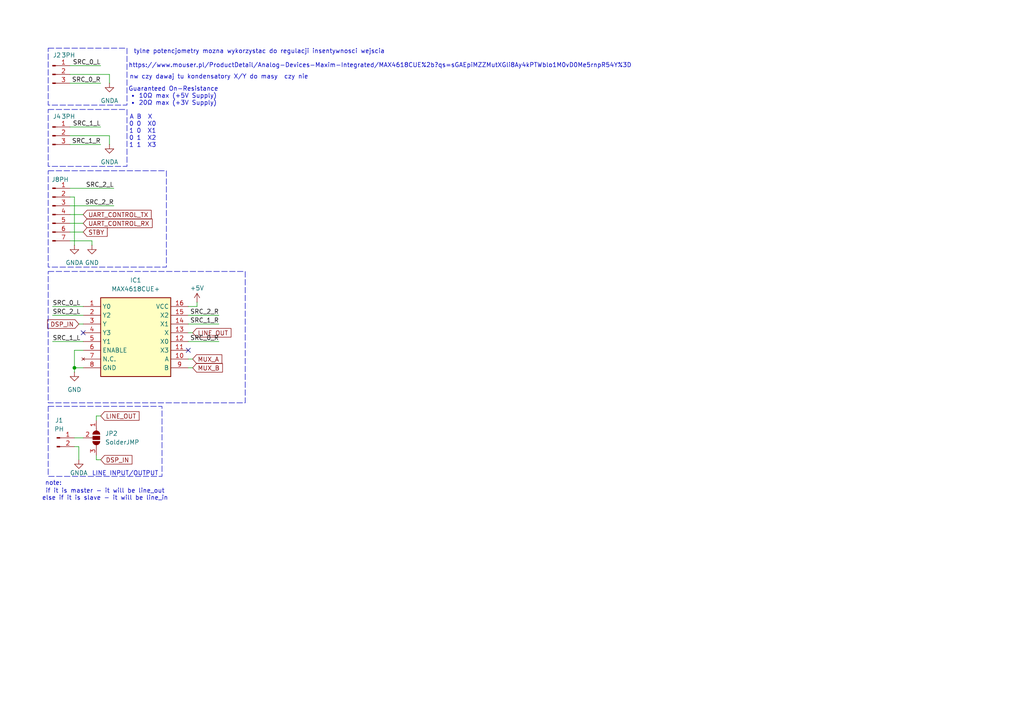
<source format=kicad_sch>
(kicad_sch (version 20231120) (generator "eeschema") (generator_version "8.0")
  (paper "A4")
  (lib_symbols
    (symbol "Connector:Conn_01x02_Pin" (pin_names (offset 1.016) hide)
      (property "Reference" "J" (at 0 2.54 0))
      (property "Value" "Conn_01x02_Pin" (at 0 -5.08 0))
      (symbol "Conn_01x02_Pin_1_1"
        (polyline (pts (xy 1.27 -2.54) (xy 0.8636 -2.54)) (stroke (width 0.1524)))
        (polyline (pts (xy 1.27 0) (xy 0.8636 0)) (stroke (width 0.1524)))
        (rectangle (start 0.8636 -2.413) (end 0 -2.667) (stroke (width 0.1524)) (fill (type outline)))
        (rectangle (start 0.8636 0.127) (end 0 -0.127) (stroke (width 0.1524)) (fill (type outline)))
        (pin passive line (at 5.08 0 180) (length 3.81) (name "Pin_1") (number "1"))
        (pin passive line (at 5.08 -2.54 180) (length 3.81) (name "Pin_2") (number "2"))
      )
    )
    (symbol "Connector:Conn_01x03_Pin" (pin_names (offset 1.016) hide)
      (property "Reference" "J" (at 0 5.08 0))
      (property "Value" "Conn_01x03_Pin" (at 0 -5.08 0))
      (symbol "Conn_01x03_Pin_1_1"
        (polyline (pts (xy 1.27 -2.54) (xy 0.8636 -2.54)) (stroke (width 0.1524)))
        (polyline (pts (xy 1.27 0) (xy 0.8636 0)) (stroke (width 0.1524)))
        (polyline (pts (xy 1.27 2.54) (xy 0.8636 2.54)) (stroke (width 0.1524)))
        (rectangle (start 0.8636 -2.413) (end 0 -2.667) (stroke (width 0.1524)) (fill (type outline)))
        (rectangle (start 0.8636 0.127) (end 0 -0.127) (stroke (width 0.1524)) (fill (type outline)))
        (rectangle (start 0.8636 2.667) (end 0 2.413) (stroke (width 0.1524)) (fill (type outline)))
        (pin passive line (at 5.08 2.54 180) (length 3.81) (name "Pin_1") (number "1"))
        (pin passive line (at 5.08 0 180) (length 3.81) (name "Pin_2") (number "2"))
        (pin passive line (at 5.08 -2.54 180) (length 3.81) (name "Pin_3") (number "3"))
      )
    )
    (symbol "Connector:Conn_01x07_Pin" (pin_names (offset 1.016) hide)
      (property "Reference" "J" (at 0 10.16 0))
      (property "Value" "Conn_01x07_Pin" (at 0 -10.16 0))
      (symbol "Conn_01x07_Pin_1_1"
        (polyline (pts (xy 1.27 -7.62) (xy 0.8636 -7.62)) (stroke (width 0.1524)))
        (polyline (pts (xy 1.27 -5.08) (xy 0.8636 -5.08)) (stroke (width 0.1524)))
        (polyline (pts (xy 1.27 -2.54) (xy 0.8636 -2.54)) (stroke (width 0.1524)))
        (polyline (pts (xy 1.27 0) (xy 0.8636 0)) (stroke (width 0.1524)))
        (polyline (pts (xy 1.27 2.54) (xy 0.8636 2.54)) (stroke (width 0.1524)))
        (polyline (pts (xy 1.27 5.08) (xy 0.8636 5.08)) (stroke (width 0.1524)))
        (polyline (pts (xy 1.27 7.62) (xy 0.8636 7.62)) (stroke (width 0.1524)))
        (rectangle (start 0.8636 -7.493) (end 0 -7.747) (stroke (width 0.1524)) (fill (type outline)))
        (rectangle (start 0.8636 -4.953) (end 0 -5.207) (stroke (width 0.1524)) (fill (type outline)))
        (rectangle (start 0.8636 -2.413) (end 0 -2.667) (stroke (width 0.1524)) (fill (type outline)))
        (rectangle (start 0.8636 0.127) (end 0 -0.127) (stroke (width 0.1524)) (fill (type outline)))
        (rectangle (start 0.8636 2.667) (end 0 2.413) (stroke (width 0.1524)) (fill (type outline)))
        (rectangle (start 0.8636 5.207) (end 0 4.953) (stroke (width 0.1524)) (fill (type outline)))
        (rectangle (start 0.8636 7.747) (end 0 7.493) (stroke (width 0.1524)) (fill (type outline)))
        (pin passive line (at 5.08 7.62 180) (length 3.81) (name "Pin_1") (number "1"))
        (pin passive line (at 5.08 5.08 180) (length 3.81) (name "Pin_2") (number "2"))
        (pin passive line (at 5.08 2.54 180) (length 3.81) (name "Pin_3") (number "3"))
        (pin passive line (at 5.08 0 180) (length 3.81) (name "Pin_4") (number "4"))
        (pin passive line (at 5.08 -2.54 180) (length 3.81) (name "Pin_5") (number "5"))
        (pin passive line (at 5.08 -5.08 180) (length 3.81) (name "Pin_6") (number "6"))
        (pin passive line (at 5.08 -7.62 180) (length 3.81) (name "Pin_7") (number "7"))
      )
    )
    (symbol "Jumper:SolderJumper_3_Open" (pin_names (offset 0) hide) (exclude_from_sim yes) (in_bom no)
      (property "Reference" "JP" (at -2.54 -2.54 0))
      (property "Value" "SolderJumper_3_Open" (at 0 2.794 0))
      (symbol "SolderJumper_3_Open_0_1"
        (arc (start -1.016 1.016) (mid -2.0276 0) (end -1.016 -1.016))
        (arc (start -1.016 1.016) (mid -2.0276 0) (end -1.016 -1.016) (fill (type outline)))
        (rectangle (start -0.508 1.016) (end 0.508 -1.016) (fill (type outline)))
        (polyline (pts (xy -2.54 0) (xy -2.032 0)))
        (polyline (pts (xy -1.016 1.016) (xy -1.016 -1.016)))
        (polyline (pts (xy 0 -1.27) (xy 0 -1.016)))
        (polyline (pts (xy 1.016 1.016) (xy 1.016 -1.016)))
        (polyline (pts (xy 2.54 0) (xy 2.032 0)))
        (arc (start 1.016 -1.016) (mid 2.0276 0) (end 1.016 1.016))
        (arc (start 1.016 -1.016) (mid 2.0276 0) (end 1.016 1.016) (fill (type outline)))
      )
      (symbol "SolderJumper_3_Open_1_1"
        (pin passive line (at -5.08 0 0) (length 2.54) (name "A") (number "1"))
        (pin passive line (at 0 -3.81 90) (length 2.54) (name "C") (number "2"))
        (pin passive line (at 5.08 0 180) (length 2.54) (name "B") (number "3"))
      )
    )
    (symbol "MAX4618CUE+:MAX4618CUE+"
      (property "Reference" "IC" (at 26.67 7.62 0))
      (property "Value" "MAX4618CUE+" (at 26.67 5.08 0))
      (symbol "MAX4618CUE+_1_1"
        (rectangle (start 5.08 2.54) (end 25.4 -20.32) (stroke (width 0.254)) (fill (type background)))
        (pin passive line (at 0 0 0) (length 5.08) (name "Y0") (number "1"))
        (pin passive line (at 30.48 -15.24 180) (length 5.08) (name "A") (number "10"))
        (pin passive line (at 30.48 -12.7 180) (length 5.08) (name "X3") (number "11"))
        (pin passive line (at 30.48 -10.16 180) (length 5.08) (name "X0") (number "12"))
        (pin passive line (at 30.48 -7.62 180) (length 5.08) (name "X") (number "13"))
        (pin passive line (at 30.48 -5.08 180) (length 5.08) (name "X1") (number "14"))
        (pin passive line (at 30.48 -2.54 180) (length 5.08) (name "X2") (number "15"))
        (pin passive line (at 30.48 0 180) (length 5.08) (name "VCC") (number "16"))
        (pin passive line (at 0 -2.54 0) (length 5.08) (name "Y2") (number "2"))
        (pin passive line (at 0 -5.08 0) (length 5.08) (name "Y") (number "3"))
        (pin passive line (at 0 -7.62 0) (length 5.08) (name "Y3") (number "4"))
        (pin passive line (at 0 -10.16 0) (length 5.08) (name "Y1") (number "5"))
        (pin passive line (at 0 -12.7 0) (length 5.08) (name "ENABLE") (number "6"))
        (pin no_connect line (at 0 -15.24 0) (length 5.08) (name "N.C.") (number "7"))
        (pin passive line (at 0 -17.78 0) (length 5.08) (name "GND") (number "8"))
        (pin passive line (at 30.48 -17.78 180) (length 5.08) (name "B") (number "9"))
      )
    )
    (symbol "power:+5V" (power) (pin_numbers hide) (pin_names (offset 0) hide)
      (property "Value" "+5V" (at 0 3.556 0))
      (symbol "+5V_0_1"
        (polyline (pts (xy -0.762 1.27) (xy 0 2.54)))
        (polyline (pts (xy 0 0) (xy 0 2.54)))
        (polyline (pts (xy 0 2.54) (xy 0.762 1.27)))
      )
      (symbol "+5V_1_1"
        (pin power_in line (at 0 0 90) (length 0) (name "~") (number "1"))
      )
    )
    (symbol "power:GND" (power) (pin_numbers hide) (pin_names (offset 0) hide)
      (property "Value" "GND" (at 0 -3.81 0))
      (symbol "GND_0_1"
        (polyline (pts (xy 0 0) (xy 0 -1.27) (xy 1.27 -1.27) (xy 0 -2.54) (xy -1.27 -1.27) (xy 0 -1.27)))
      )
      (symbol "GND_1_1"
        (pin power_in line (at 0 0 270) (length 0) (name "~") (number "1"))
      )
    )
    (symbol "power:GNDA" (power) (pin_numbers hide) (pin_names (offset 0) hide)
      (property "Value" "GNDA" (at 0 -3.81 0))
      (symbol "GNDA_0_1"
        (polyline (pts (xy 0 0) (xy 0 -1.27) (xy 1.27 -1.27) (xy 0 -2.54) (xy -1.27 -1.27) (xy 0 -1.27)))
      )
      (symbol "GNDA_1_1"
        (pin power_in line (at 0 0 270) (length 0) (name "~") (number "1"))
      )
    )
  )
  (junction (at 21.59 106.68))
  (no_connect (at 24.13 96.52))
  (no_connect (at 54.61 101.6))
  (wire (pts (xy 20.32 59.69) (xy 33.02 59.69)))
  (wire (pts (xy 20.32 57.15) (xy 21.59 57.15)))
  (wire (pts (xy 55.88 106.68) (xy 54.61 106.68)))
  (wire (pts (xy 20.32 41.91) (xy 29.21 41.91)))
  (wire (pts (xy 31.75 24.13) (xy 31.75 21.59)))
  (wire (pts (xy 20.32 54.61) (xy 33.02 54.61)))
  (wire (pts (xy 55.88 96.52) (xy 54.61 96.52)))
  (wire (pts (xy 26.67 69.85) (xy 26.67 71.12)))
  (wire (pts (xy 21.59 71.12) (xy 21.59 57.15)))
  (wire (pts (xy 63.5 93.98) (xy 54.61 93.98)))
  (wire (pts (xy 54.61 88.9) (xy 57.15 88.9)))
  (wire (pts (xy 20.32 62.23) (xy 24.13 62.23)))
  (wire (pts (xy 21.59 127) (xy 24.13 127)))
  (wire (pts (xy 29.21 133.35) (xy 27.94 133.35)))
  (wire (pts (xy 20.32 64.77) (xy 24.13 64.77)))
  (wire (pts (xy 20.32 36.83) (xy 29.21 36.83)))
  (wire (pts (xy 57.15 87.63) (xy 57.15 88.9)))
  (wire (pts (xy 15.24 99.06) (xy 24.13 99.06)))
  (wire (pts (xy 27.94 132.08) (xy 27.94 133.35)))
  (wire (pts (xy 63.5 99.06) (xy 54.61 99.06)))
  (wire (pts (xy 15.24 91.44) (xy 24.13 91.44)))
  (wire (pts (xy 27.94 121.92) (xy 27.94 120.65)))
  (wire (pts (xy 20.32 67.31) (xy 24.13 67.31)))
  (wire (pts (xy 20.32 19.05) (xy 29.21 19.05)))
  (wire (pts (xy 55.88 104.14) (xy 54.61 104.14)))
  (wire (pts (xy 31.75 41.91) (xy 31.75 39.37)))
  (wire (pts (xy 21.59 106.68) (xy 21.59 101.6)))
  (wire (pts (xy 20.32 24.13) (xy 29.21 24.13)))
  (wire (pts (xy 22.86 93.98) (xy 24.13 93.98)))
  (wire (pts (xy 20.32 69.85) (xy 26.67 69.85)))
  (wire (pts (xy 20.32 39.37) (xy 31.75 39.37)))
  (wire (pts (xy 21.59 107.95) (xy 21.59 106.68)))
  (wire (pts (xy 31.75 21.59) (xy 20.32 21.59)))
  (wire (pts (xy 21.59 106.68) (xy 24.13 106.68)))
  (wire (pts (xy 15.24 88.9) (xy 24.13 88.9)))
  (wire (pts (xy 21.59 101.6) (xy 24.13 101.6)))
  (wire (pts (xy 27.94 120.65) (xy 29.21 120.65)))
  (wire (pts (xy 22.86 133.35) (xy 22.86 129.54)))
  (wire (pts (xy 21.59 129.54) (xy 22.86 129.54)))
  (wire (pts (xy 63.5 91.44) (xy 54.61 91.44)))
  (rectangle (start 13.97 78.74) (end 71.12 116.84) (stroke (width 0) (type dash)))
  (rectangle (start 13.97 31.75) (end 36.83 48.26) (stroke (width 0) (type dash)))
  (rectangle (start 13.97 49.53) (end 48.26 77.47) (stroke (width 0) (type dash)))
  (rectangle (start 13.97 13.97) (end 36.83 30.48) (stroke (width 0) (type dash)))
  (rectangle (start 13.97 117.856) (end 46.99 138.176) (stroke (width 0) (type dash)))
  (text "https://www.mouser.pl/ProductDetail/Analog-Devices-Maxim-Integrated/MAX4618CUE%2b?qs=sGAEpiMZZMutXGli8Ay4kPTWblo1M0vD0Me5rnpR54Y%3D" (at 110.236 19.05 0) (effects (font (size 1.27 1.27))))
  (text "tylne potencjometry mozna wykorzystac do regulacji insentywnosci wejscia" (at 75.184 14.986 0) (effects (font (size 1.27 1.27))))
  (text "LINE INPUT/OUTPUT" (at 36.322 137.414 0) (effects (font (size 1.27 1.27))))
  (text "Guaranteed On-Resistance\n• 10Ω max (+5V Supply)\n• 20Ω max (+3V Supply)" (at 50.292 27.94 0) (effects (font (size 1.27 1.27))))
  (text "A B  X\n 0 0  X0\n 1 0  X1\n 0 1  X2\n 1 1  X3" (at 40.894 38.1 0) (effects (font (size 1.27 1.27))))
  (text "note:" (at 15.494 140.208 0) (effects (font (size 1.27 1.27))))
  (text "nw czy dawaj tu kondensatory X/Y do masy  czy nie\n" (at 63.5 22.352 0) (effects (font (size 1.27 1.27))))
  (text "if it is master - it will be line_out\nelse if it is slave - it will be line_in" (at 30.48 143.51 0) (effects (font (size 1.27 1.27))))
  (label "SRC_2_L" (at 15.24 91.44 0))
  (label "SRC_1_R" (at 29.21 41.91 180))
  (label "SRC_0_R" (at 29.21 24.13 180))
  (label "SRC_1_L" (at 15.24 99.06 0))
  (label "SRC_2_R" (at 33.02 59.69 180))
  (label "SRC_1_R" (at 63.5 93.98 180))
  (label "SRC_0_R" (at 63.5 99.06 180))
  (label "SRC_0_L" (at 29.21 19.05 180))
  (label "SRC_2_L" (at 33.02 54.61 180))
  (label "SRC_2_R" (at 63.5 91.44 180))
  (label "SRC_0_L" (at 15.24 88.9 0))
  (label "SRC_1_L" (at 29.21 36.83 180))
  (global_label "MUX_B" (shape input) (at 55.88 106.68 0) (property "Intersheetrefs" "${INTERSHEET_REFS}" (effects (hide yes))))
  (global_label "DSP_IN" (shape input) (at 29.21 133.35 0) (property "Intersheetrefs" "${INTERSHEET_REFS}" (effects (hide yes))))
  (global_label "STBY" (shape input) (at 24.13 67.31 0) (property "Intersheetrefs" "${INTERSHEET_REFS}" (effects (hide yes))))
  (global_label "MUX_A" (shape input) (at 55.88 104.14 0) (property "Intersheetrefs" "${INTERSHEET_REFS}" (effects (hide yes))))
  (global_label "LINE_OUT" (shape input) (at 55.88 96.52 0) (property "Intersheetrefs" "${INTERSHEET_REFS}" (effects (hide yes))))
  (global_label "UART_CONTROL_RX" (shape input) (at 24.13 64.77 0) (property "Intersheetrefs" "${INTERSHEET_REFS}" (effects (hide yes))))
  (global_label "DSP_IN" (shape input) (at 22.86 93.98 180) (property "Intersheetrefs" "${INTERSHEET_REFS}" (effects (hide yes))))
  (global_label "UART_CONTROL_TX" (shape input) (at 24.13 62.23 0) (property "Intersheetrefs" "${INTERSHEET_REFS}" (effects (hide yes))))
  (global_label "LINE_OUT" (shape input) (at 29.21 120.65 0) (property "Intersheetrefs" "${INTERSHEET_REFS}" (effects (hide yes))))
  (symbol (lib_id "power:GNDA") (at 31.75 24.13 0) (unit 1)
    (property "Reference" "#PWR070" (effects (hide yes)))
    (property "Value" "GNDA" (at 31.75 29.21 0))
    (property "Description" "Power symbol creates a global label with name \"GNDA\" , analog ground" (effects (hide yes)))
  )
  (symbol (lib_id "power:GNDA") (at 22.86 133.35 0) (unit 1)
    (property "Reference" "#PWR01" (effects (hide yes)))
    (property "Value" "GNDA" (at 22.86 137.16 0))
    (property "Description" "Power symbol creates a global label with name \"GNDA\" , analog ground" (effects (hide yes)))
  )
  (symbol (lib_id "Jumper:SolderJumper_3_Open") (at 27.94 127 270) (unit 1) (exclude_from_sim yes) (in_bom no)
    (property "Reference" "JP2" (at 30.48 125.7299 90) (effects (justify left)))
    (property "Value" "SolderJMP" (at 30.48 128.2699 90) (effects (justify left)))
    (property "Description" "Solder Jumper, 3-pole, open" (effects (hide yes)))
  )
  (symbol (lib_id "power:GNDA") (at 31.75 41.91 0) (unit 1)
    (property "Reference" "#PWR069" (effects (hide yes)))
    (property "Value" "GNDA" (at 31.75 46.99 0))
    (property "Description" "Power symbol creates a global label with name \"GNDA\" , analog ground" (effects (hide yes)))
  )
  (symbol (lib_id "Connector:Conn_01x03_Pin") (at 15.24 39.37 0) (unit 1)
    (property "Reference" "J4" (at 16.51 33.782 0))
    (property "Value" "3PH" (at 19.812 33.782 0))
    (property "Footprint" "Connector_JST:JST_PH_B3B-PH-K_1x03_P2.00mm_Vertical" (effects (hide yes)))
    (property "Description" "Generic connector, single row, 01x03, script generated" (effects (hide yes)))
  )
  (symbol (lib_id "power:GNDA") (at 21.59 71.12 0) (unit 1)
    (property "Reference" "#PWR06" (effects (hide yes)))
    (property "Value" "GNDA" (at 21.59 76.2 0))
    (property "Description" "Power symbol creates a global label with name \"GNDA\" , analog ground" (effects (hide yes)))
  )
  (symbol (lib_id "Connector:Conn_01x02_Pin") (at 16.51 127 0) (unit 1)
    (property "Reference" "J1" (at 17.145 121.92 0))
    (property "Value" "PH" (at 17.145 124.46 0))
    (property "Footprint" "Connector_JST:JST_PH_B2B-PH-K_1x02_P2.00mm_Vertical" (effects (hide yes)))
    (property "Description" "Generic connector, single row, 01x02, script generated" (effects (hide yes)))
  )
  (symbol (lib_id "Connector:Conn_01x07_Pin") (at 15.24 62.23 0) (unit 1)
    (property "Reference" "J8" (at 16.129 52.07 0))
    (property "Value" "PH" (at 18.542 52.07 0))
    (property "Footprint" "Connector_JST:JST_PH_B7B-PH-K_1x07_P2.00mm_Vertical" (effects (hide yes)))
    (property "Description" "Generic connector, single row, 01x07, script generated" (effects (hide yes)))
  )
  (symbol (lib_id "MAX4618CUE+:MAX4618CUE+") (at 24.13 88.9 0) (unit 1)
    (property "Reference" "IC1" (at 39.37 81.28 0))
    (property "Value" "MAX4618CUE+" (at 39.37 83.82 0))
    (property "Footprint" "mainboard_footprints:SOP65P640X110-16N" (effects (hide yes)))
    (property "Datasheet" "http://datasheets.maximintegrated.com/en/ds/MAX4617-MAX4619.pdf" (effects (hide yes)))
    (property "Description" "Maxim MAX4618CUE+, Multiplexer Dual 4:1, 5 V, 16-Pin TSSOP" (effects (hide yes)))
    (property "Height" "1.1" (effects (hide yes)))
    (property "Mouser Part Number" "700-MAX4618CUE" (effects (hide yes)))
    (property "Mouser Price/Stock" "https://www.mouser.co.uk/ProductDetail/Maxim-Integrated/MAX4618CUE%2b?qs=LHmEVA8xxfbZDBKSO8DnSw%3D%3D" (effects (hide yes)))
    (property "Manufacturer_Name" "Analog Devices" (effects (hide yes)))
    (property "Manufacturer_Part_Number" "MAX4618CUE+" (effects (hide yes)))
  )
  (symbol (lib_id "power:+5V") (at 57.15 87.63 0) (unit 1)
    (property "Reference" "#PWR071" (effects (hide yes)))
    (property "Value" "+5V" (at 57.15 83.566 0))
    (property "Description" "Power symbol creates a global label with name \"+5V\"" (effects (hide yes)))
  )
  (symbol (lib_id "power:GND") (at 26.67 71.12 0) (unit 1)
    (property "Reference" "#PWR061" (effects (hide yes)))
    (property "Value" "GND" (at 26.67 76.2 0))
    (property "Description" "Power symbol creates a global label with name \"GND\" , ground" (effects (hide yes)))
  )
  (symbol (lib_id "Connector:Conn_01x03_Pin") (at 15.24 21.59 0) (unit 1)
    (property "Reference" "J2" (at 16.51 16.002 0))
    (property "Value" "3PH" (at 19.812 16.002 0))
    (property "Footprint" "Connector_JST:JST_PH_B3B-PH-K_1x03_P2.00mm_Vertical" (effects (hide yes)))
    (property "Description" "Generic connector, single row, 01x03, script generated" (effects (hide yes)))
  )
  (symbol (lib_id "power:GND") (at 21.59 107.95 0) (unit 1)
    (property "Reference" "#PWR072" (effects (hide yes)))
    (property "Value" "GND" (at 21.59 113.03 0))
    (property "Description" "Power symbol creates a global label with name \"GND\" , ground" (effects (hide yes)))
  )
)
</source>
